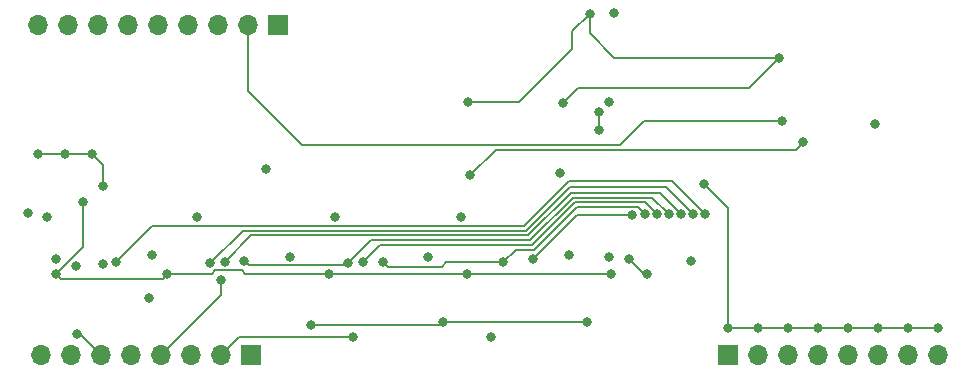
<source format=gbr>
%TF.GenerationSoftware,KiCad,Pcbnew,(5.1.10-1-10_14)*%
%TF.CreationDate,2021-10-28T11:05:28-04:00*%
%TF.ProjectId,ALU-smd,414c552d-736d-4642-9e6b-696361645f70,rev?*%
%TF.SameCoordinates,Original*%
%TF.FileFunction,Copper,L2,Inr*%
%TF.FilePolarity,Positive*%
%FSLAX46Y46*%
G04 Gerber Fmt 4.6, Leading zero omitted, Abs format (unit mm)*
G04 Created by KiCad (PCBNEW (5.1.10-1-10_14)) date 2021-10-28 11:05:28*
%MOMM*%
%LPD*%
G01*
G04 APERTURE LIST*
%TA.AperFunction,ComponentPad*%
%ADD10R,1.700000X1.700000*%
%TD*%
%TA.AperFunction,ComponentPad*%
%ADD11O,1.700000X1.700000*%
%TD*%
%TA.AperFunction,ViaPad*%
%ADD12C,0.800000*%
%TD*%
%TA.AperFunction,Conductor*%
%ADD13C,0.200000*%
%TD*%
G04 APERTURE END LIST*
D10*
%TO.N,BUS_00*%
%TO.C,J3*%
X94234000Y-161798000D03*
D11*
%TO.N,BUS_01*%
X91694000Y-161798000D03*
%TO.N,BUS_02*%
X89154000Y-161798000D03*
%TO.N,BUS_03*%
X86614000Y-161798000D03*
%TO.N,BUS_04*%
X84074000Y-161798000D03*
%TO.N,BUS_05*%
X81534000Y-161798000D03*
%TO.N,BUS_06*%
X78994000Y-161798000D03*
%TO.N,BUS_07*%
X76454000Y-161798000D03*
%TD*%
D10*
%TO.N,CLOCK*%
%TO.C,J1*%
X96520000Y-133858000D03*
D11*
%TO.N,LHS_LOAD_IN*%
X93980000Y-133858000D03*
%TO.N,LHS_OUT*%
X91440000Y-133858000D03*
%TO.N,LHS_SEL_00*%
X88900000Y-133858000D03*
%TO.N,LHS_SEL_01*%
X86360000Y-133858000D03*
%TO.N,LHS_CARRY_OUT*%
X83820000Y-133858000D03*
%TO.N,LHS_CARRY_IN*%
X81280000Y-133858000D03*
%TO.N,GND*%
X78740000Y-133858000D03*
%TO.N,VCC*%
X76200000Y-133858000D03*
%TD*%
%TO.N,/LHS_00*%
%TO.C,J2*%
X152400000Y-161798000D03*
%TO.N,/LHS_01*%
X149860000Y-161798000D03*
%TO.N,/LHS_02*%
X147320000Y-161798000D03*
%TO.N,/LHS_03*%
X144780000Y-161798000D03*
%TO.N,/LHS_04*%
X142240000Y-161798000D03*
%TO.N,/LHS_05*%
X139700000Y-161798000D03*
%TO.N,/LHS_06*%
X137160000Y-161798000D03*
D10*
%TO.N,/LHS_07*%
X134620000Y-161798000D03*
%TD*%
D12*
%TO.N,GND*%
X120650000Y-140462000D03*
X112590500Y-140393500D03*
X132588000Y-147320000D03*
X137160000Y-159512000D03*
X139700000Y-159512000D03*
X142240000Y-159512000D03*
X144780000Y-159512000D03*
X147320000Y-159512000D03*
X149860000Y-159512000D03*
X152400000Y-159512000D03*
X134620000Y-159512000D03*
X126238000Y-153670000D03*
X127762000Y-154940000D03*
X77724000Y-153670000D03*
X85598000Y-156972000D03*
X81684500Y-147470500D03*
X80772000Y-144780000D03*
X78486000Y-144780000D03*
X76200000Y-144780000D03*
X138938000Y-136652000D03*
X122870000Y-132908000D03*
X95504000Y-146050000D03*
X99314000Y-159258000D03*
X110490004Y-159004000D03*
X122682000Y-159004000D03*
%TO.N,/LHS_00*%
X123698000Y-142748000D03*
X123698000Y-141224000D03*
%TO.N,VCC*%
X75311000Y-149733000D03*
X85852000Y-153354000D03*
X121158000Y-153354000D03*
X124528500Y-140393500D03*
X124968000Y-132842000D03*
X147066000Y-142240000D03*
X109220000Y-153500021D03*
X97536000Y-153500021D03*
X120330268Y-146365990D03*
%TO.N,BUS_07*%
X132603930Y-149860000D03*
X82804000Y-153924000D03*
%TO.N,BUS_06*%
X131600976Y-149862941D03*
X81661000Y-154051000D03*
X90737054Y-154042108D03*
%TO.N,BUS_05*%
X91960706Y-153936706D03*
X130592970Y-149870935D03*
X79502000Y-160020000D03*
%TO.N,BUS_04*%
X93599000Y-153797000D03*
X129584982Y-149878946D03*
X102421054Y-154042108D03*
%TO.N,BUS_03*%
X103644706Y-153936706D03*
X128576706Y-149886670D03*
X91693984Y-155448000D03*
%TO.N,BUS_02*%
X115570000Y-153924000D03*
X127571890Y-149897855D03*
X105410010Y-153924000D03*
%TO.N,BUS_01*%
X118110000Y-153670000D03*
X126470882Y-149981966D03*
X102870000Y-160274000D03*
%TO.N,LHS_SEL_00*%
X89662000Y-150114000D03*
X101346000Y-150114000D03*
X112014000Y-150114000D03*
X76962000Y-150114000D03*
X124525732Y-153477990D03*
%TO.N,LHS_CARRY_IN*%
X79361982Y-154291982D03*
X114554006Y-160274000D03*
%TO.N,LHS_SEL_01*%
X77724000Y-154940000D03*
X87122000Y-154940000D03*
X100838000Y-154940000D03*
X112522000Y-154940000D03*
X124714000Y-154940000D03*
X80010000Y-148844000D03*
%TO.N,LHS_CARRY_OUT*%
X131445000Y-153797000D03*
%TO.N,/LHS - Shift/LHS_LOAD*%
X112776000Y-146558000D03*
X140969998Y-143764000D03*
%TO.N,LHS_LOAD_IN*%
X139192000Y-141986000D03*
%TD*%
D13*
%TO.N,GND*%
X152400000Y-159512000D02*
X137160000Y-159512000D01*
X137160000Y-159512000D02*
X134620000Y-159512000D01*
X127508000Y-154940000D02*
X127762000Y-154940000D01*
X126238000Y-153670000D02*
X127508000Y-154940000D01*
X76200000Y-144780000D02*
X80772000Y-144780000D01*
X81684500Y-145692500D02*
X80772000Y-144780000D01*
X81684500Y-147470500D02*
X81684500Y-145692500D01*
X132588000Y-147320000D02*
X134620000Y-149352000D01*
X134620000Y-149352000D02*
X134620000Y-159512000D01*
X138938000Y-136652000D02*
X136398000Y-139192000D01*
X121920000Y-139192000D02*
X120650000Y-140462000D01*
X136398000Y-139192000D02*
X121920000Y-139192000D01*
X138938000Y-136652000D02*
X124968000Y-136652000D01*
X122870000Y-134554000D02*
X122870000Y-132908000D01*
X124968000Y-136652000D02*
X122870000Y-134554000D01*
X112590500Y-140393500D02*
X116908500Y-140393500D01*
X116908500Y-140393500D02*
X121412000Y-135890000D01*
X121412000Y-134366000D02*
X122870000Y-132908000D01*
X121412000Y-135890000D02*
X121412000Y-134366000D01*
X110236004Y-159258000D02*
X110490004Y-159004000D01*
X99314000Y-159258000D02*
X110236004Y-159258000D01*
X111055689Y-159004000D02*
X122682000Y-159004000D01*
X110490004Y-159004000D02*
X111055689Y-159004000D01*
%TO.N,/LHS_00*%
X123698000Y-142748000D02*
X123698000Y-141478000D01*
X123698000Y-141478000D02*
X123698000Y-141224000D01*
%TO.N,BUS_07*%
X132603930Y-149860000D02*
X129809930Y-147066000D01*
X129809930Y-147066000D02*
X128524000Y-147066000D01*
X128524000Y-147066000D02*
X121158000Y-147066000D01*
X121158000Y-147066000D02*
X117348000Y-150876000D01*
X117348000Y-150876000D02*
X85852000Y-150876000D01*
X85852000Y-150876000D02*
X82804000Y-153924000D01*
%TO.N,BUS_06*%
X131600976Y-149862941D02*
X129312035Y-147574000D01*
X129312035Y-147574000D02*
X121215700Y-147574000D01*
X121215700Y-147574000D02*
X117513689Y-151276011D01*
X117513689Y-151276011D02*
X93503151Y-151276011D01*
X93503151Y-151276011D02*
X90737054Y-154042108D01*
%TO.N,BUS_05*%
X128803967Y-148081932D02*
X130592970Y-149870935D01*
X91960706Y-153936706D02*
X94221390Y-151676022D01*
X121273468Y-148081932D02*
X128803967Y-148081932D01*
X94221390Y-151676022D02*
X117679378Y-151676022D01*
X117679378Y-151676022D02*
X121273468Y-148081932D01*
X81534000Y-161798000D02*
X79756000Y-160020000D01*
X79756000Y-160020000D02*
X79502000Y-160020000D01*
%TO.N,BUS_04*%
X93472000Y-153924000D02*
X93599000Y-153797000D01*
X102263140Y-154200022D02*
X102421054Y-154042108D01*
X117845067Y-152076033D02*
X104387129Y-152076033D01*
X128187979Y-148481943D02*
X121439157Y-148481943D01*
X93599000Y-153797000D02*
X94002022Y-154200022D01*
X94002022Y-154200022D02*
X102263140Y-154200022D01*
X121439157Y-148481943D02*
X117845067Y-152076033D01*
X129584982Y-149878946D02*
X128187979Y-148481943D01*
X104387129Y-152076033D02*
X102421054Y-154042108D01*
%TO.N,BUS_03*%
X91693984Y-156718016D02*
X91693984Y-155448000D01*
X86614000Y-161798000D02*
X91693984Y-156718016D01*
X127571990Y-148881954D02*
X128576706Y-149886670D01*
X121604846Y-148881954D02*
X127571990Y-148881954D01*
X105105368Y-152476044D02*
X118010756Y-152476044D01*
X118010756Y-152476044D02*
X121604846Y-148881954D01*
X103644706Y-153936706D02*
X105105368Y-152476044D01*
%TO.N,BUS_02*%
X116617945Y-152876055D02*
X118176445Y-152876055D01*
X126956000Y-149281965D02*
X127571890Y-149897855D01*
X121770535Y-149281965D02*
X126956000Y-149281965D01*
X118176445Y-152876055D02*
X121770535Y-149281965D01*
X115570000Y-153924000D02*
X116617945Y-152876055D01*
X110744000Y-153924000D02*
X110344001Y-154323999D01*
X105810009Y-154323999D02*
X105410010Y-153924000D01*
X115570000Y-153924000D02*
X110744000Y-153924000D01*
X110344001Y-154323999D02*
X105810009Y-154323999D01*
%TO.N,BUS_01*%
X118110000Y-153670000D02*
X121798034Y-149981966D01*
X121798034Y-149981966D02*
X126470882Y-149981966D01*
X91694000Y-161798000D02*
X93218000Y-160274000D01*
X93218000Y-160274000D02*
X102870000Y-160274000D01*
%TO.N,LHS_SEL_01*%
X112522000Y-154940000D02*
X124714000Y-154940000D01*
X93725999Y-154940000D02*
X93422707Y-154636708D01*
X100838000Y-154940000D02*
X93725999Y-154940000D01*
X90875164Y-154940000D02*
X87122000Y-154940000D01*
X91178456Y-154636708D02*
X90875164Y-154940000D01*
X93422707Y-154636708D02*
X91178456Y-154636708D01*
X80010000Y-148844000D02*
X80010000Y-152654000D01*
X78123999Y-155339999D02*
X86722001Y-155339999D01*
X86722001Y-155339999D02*
X87122000Y-154940000D01*
X80010000Y-152654000D02*
X77724000Y-154940000D01*
X77724000Y-154940000D02*
X78123999Y-155339999D01*
X112522000Y-154940000D02*
X101403685Y-154940000D01*
X101403685Y-154940000D02*
X100838000Y-154940000D01*
%TO.N,/LHS - Shift/LHS_LOAD*%
X112776000Y-146558000D02*
X114915991Y-144418009D01*
X114915991Y-144418009D02*
X140315989Y-144418009D01*
X140315989Y-144418009D02*
X140569999Y-144163999D01*
X140569999Y-144163999D02*
X140969998Y-143764000D01*
%TO.N,LHS_LOAD_IN*%
X139192000Y-141986000D02*
X127508000Y-141986000D01*
X127508000Y-141986000D02*
X125476000Y-144018000D01*
X125476000Y-144018000D02*
X98552000Y-144018000D01*
X93980000Y-139446000D02*
X93980000Y-133858000D01*
X98552000Y-144018000D02*
X93980000Y-139446000D01*
%TD*%
M02*

</source>
